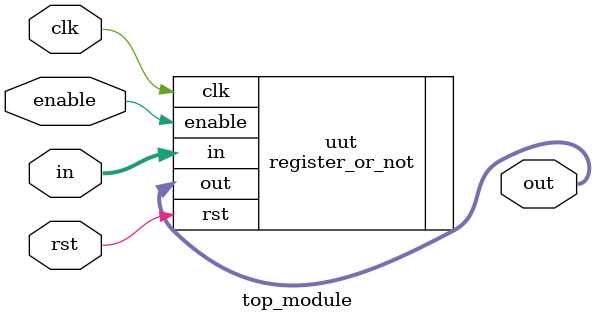
<source format=v>
module top_module (
    input clk,
    input rst,
    input enable,
    input [17:0] in,
    output [17:0] out
);

    register_or_not #(
        .SEL(1),
        .RSTTYPE("SYNC"),
        .WIDTH(18)
    ) uut (
        .clk(clk),
        .rst(rst),
        .enable(enable),
        .in(in),
        .out(out)
    );

endmodule

</source>
